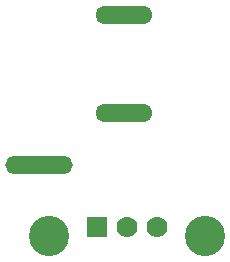
<source format=gbr>
%TF.GenerationSoftware,KiCad,Pcbnew,7.0.10-7.0.10~ubuntu22.04.1*%
%TF.CreationDate,2024-01-21T09:39:32-08:00*%
%TF.ProjectId,potentiometer_adapter,706f7465-6e74-4696-9f6d-657465725f61,rev?*%
%TF.SameCoordinates,Original*%
%TF.FileFunction,Soldermask,Top*%
%TF.FilePolarity,Negative*%
%FSLAX46Y46*%
G04 Gerber Fmt 4.6, Leading zero omitted, Abs format (unit mm)*
G04 Created by KiCad (PCBNEW 7.0.10-7.0.10~ubuntu22.04.1) date 2024-01-21 09:39:32*
%MOMM*%
%LPD*%
G01*
G04 APERTURE LIST*
%ADD10C,3.403600*%
%ADD11R,1.778000X1.778000*%
%ADD12C,1.778000*%
%ADD13O,4.826000X1.524000*%
%ADD14O,5.715000X1.524000*%
G04 APERTURE END LIST*
D10*
%TO.C,J1*%
X121666000Y-94742000D03*
X108458000Y-94742000D03*
D11*
X112522000Y-93980000D03*
D12*
X115062000Y-93980000D03*
X117602000Y-93980000D03*
%TD*%
D13*
%TO.C,RV1*%
X114808000Y-84378800D03*
D14*
X107632500Y-88770460D03*
D13*
X114808000Y-76050140D03*
%TD*%
M02*

</source>
